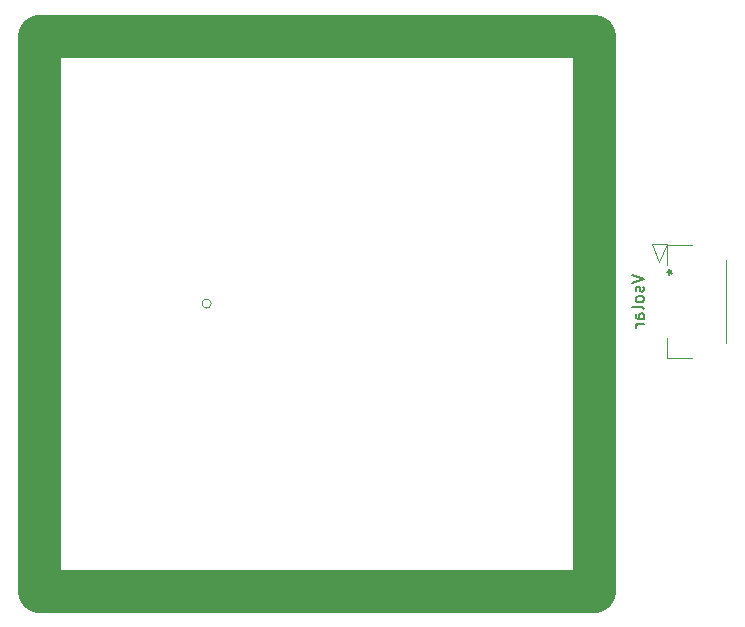
<source format=gbo>
%TF.GenerationSoftware,KiCad,Pcbnew,5.1.10-88a1d61d58~88~ubuntu20.04.1*%
%TF.CreationDate,2021-08-03T13:57:49-04:00*%
%TF.ProjectId,ta-base,74612d62-6173-4652-9e6b-696361645f70,rev?*%
%TF.SameCoordinates,Original*%
%TF.FileFunction,Legend,Bot*%
%TF.FilePolarity,Positive*%
%FSLAX46Y46*%
G04 Gerber Fmt 4.6, Leading zero omitted, Abs format (unit mm)*
G04 Created by KiCad (PCBNEW 5.1.10-88a1d61d58~88~ubuntu20.04.1) date 2021-08-03 13:57:49*
%MOMM*%
%LPD*%
G01*
G04 APERTURE LIST*
%ADD10C,0.150000*%
%ADD11C,0.120000*%
%ADD12C,3.600000*%
G04 APERTURE END LIST*
D10*
X154913191Y-125892447D02*
X155913191Y-126225780D01*
X154913191Y-126559113D01*
X155865572Y-126844828D02*
X155913191Y-126940066D01*
X155913191Y-127130542D01*
X155865572Y-127225780D01*
X155770334Y-127273399D01*
X155722715Y-127273399D01*
X155627477Y-127225780D01*
X155579858Y-127130542D01*
X155579858Y-126987685D01*
X155532239Y-126892447D01*
X155437001Y-126844828D01*
X155389382Y-126844828D01*
X155294144Y-126892447D01*
X155246525Y-126987685D01*
X155246525Y-127130542D01*
X155294144Y-127225780D01*
X155913191Y-127844828D02*
X155865572Y-127749590D01*
X155817953Y-127701971D01*
X155722715Y-127654352D01*
X155437001Y-127654352D01*
X155341763Y-127701971D01*
X155294144Y-127749590D01*
X155246525Y-127844828D01*
X155246525Y-127987685D01*
X155294144Y-128082923D01*
X155341763Y-128130542D01*
X155437001Y-128178161D01*
X155722715Y-128178161D01*
X155817953Y-128130542D01*
X155865572Y-128082923D01*
X155913191Y-127987685D01*
X155913191Y-127844828D01*
X155913191Y-128749590D02*
X155865572Y-128654352D01*
X155770334Y-128606733D01*
X154913191Y-128606733D01*
X155913191Y-129559113D02*
X155389382Y-129559113D01*
X155294144Y-129511494D01*
X155246525Y-129416256D01*
X155246525Y-129225780D01*
X155294144Y-129130542D01*
X155865572Y-129559113D02*
X155913191Y-129463875D01*
X155913191Y-129225780D01*
X155865572Y-129130542D01*
X155770334Y-129082923D01*
X155675096Y-129082923D01*
X155579858Y-129130542D01*
X155532239Y-129225780D01*
X155532239Y-129463875D01*
X155484620Y-129559113D01*
X155913191Y-130035304D02*
X155246525Y-130035304D01*
X155437001Y-130035304D02*
X155341763Y-130082923D01*
X155294144Y-130130542D01*
X155246525Y-130225780D01*
X155246525Y-130321018D01*
D11*
%TO.C,J3*%
X157910811Y-124986693D02*
X157910811Y-123306743D01*
X162910811Y-124576774D02*
X162910811Y-131636692D01*
X157910811Y-123306743D02*
X159990765Y-123306743D01*
X157910811Y-132906724D02*
X157910811Y-131226773D01*
X159990765Y-132906724D02*
X157910811Y-132906724D01*
X156575811Y-123278743D02*
X157210811Y-124802743D01*
X157845811Y-123278743D02*
X156575811Y-123278743D01*
X157210811Y-124802743D02*
X157845811Y-123278743D01*
D12*
%TO.C,P1*%
X104709000Y-152600100D02*
X104709000Y-105600100D01*
X151709000Y-105600100D02*
X151709000Y-152600100D01*
X151709000Y-152600100D02*
X104709000Y-152600100D01*
X104709000Y-105600100D02*
X151709000Y-105600100D01*
D11*
%TO.C,U1*%
X119278811Y-128281733D02*
G75*
G03*
X119278811Y-128281733I-381000J0D01*
G01*
%TO.C,J3*%
D10*
X157913191Y-125606733D02*
X158151287Y-125606733D01*
X158056049Y-125368637D02*
X158151287Y-125606733D01*
X158056049Y-125844828D01*
X158341763Y-125463875D02*
X158151287Y-125606733D01*
X158341763Y-125749590D01*
%TD*%
M02*

</source>
